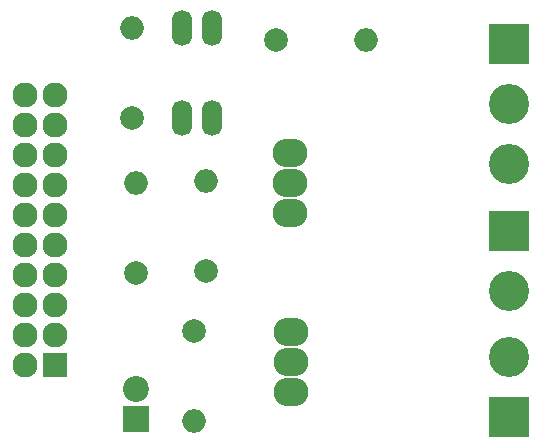
<source format=gbr>
G04 #@! TF.GenerationSoftware,KiCad,Pcbnew,(2017-11-24 revision a01d81e4b)-makepkg*
G04 #@! TF.CreationDate,2018-01-06T21:54:51+07:00*
G04 #@! TF.ProjectId,Motor DC power,4D6F746F7220444320706F7765722E6B,rev?*
G04 #@! TF.SameCoordinates,Original*
G04 #@! TF.FileFunction,Soldermask,Top*
G04 #@! TF.FilePolarity,Negative*
%FSLAX46Y46*%
G04 Gerber Fmt 4.6, Leading zero omitted, Abs format (unit mm)*
G04 Created by KiCad (PCBNEW (2017-11-24 revision a01d81e4b)-makepkg) date 01/06/18 21:54:51*
%MOMM*%
%LPD*%
G01*
G04 APERTURE LIST*
%ADD10R,2.127200X2.127200*%
%ADD11O,2.127200X2.127200*%
%ADD12R,2.200000X2.200000*%
%ADD13C,2.200000*%
%ADD14C,2.000000*%
%ADD15O,2.000000X2.000000*%
%ADD16O,2.940000X2.432000*%
%ADD17R,3.400000X3.400000*%
%ADD18C,3.400000*%
%ADD19O,1.720800X3.041600*%
G04 APERTURE END LIST*
D10*
X105265000Y-117325000D03*
D11*
X102725000Y-117325000D03*
X105265000Y-114785000D03*
X102725000Y-114785000D03*
X105265000Y-112245000D03*
X102725000Y-112245000D03*
X105265000Y-109705000D03*
X102725000Y-109705000D03*
X105265000Y-107165000D03*
X102725000Y-107165000D03*
X105265000Y-104625000D03*
X102725000Y-104625000D03*
X105265000Y-102085000D03*
X102725000Y-102085000D03*
X105265000Y-99545000D03*
X102725000Y-99545000D03*
X105265000Y-97005000D03*
X102725000Y-97005000D03*
X105265000Y-94465000D03*
X102725000Y-94465000D03*
D12*
X112050000Y-121925000D03*
D13*
X112050000Y-119385000D03*
D14*
X117000000Y-114500000D03*
D15*
X117000000Y-122120000D03*
D16*
X125100000Y-101960000D03*
X125100000Y-104500000D03*
X125100000Y-99420000D03*
D17*
X143700000Y-90190000D03*
D18*
X143700000Y-95270000D03*
X143700000Y-100350000D03*
D17*
X143700000Y-106020000D03*
D18*
X143700000Y-111100000D03*
D17*
X143700000Y-121780000D03*
D18*
X143700000Y-116700000D03*
D16*
X125200000Y-117100000D03*
X125200000Y-119640000D03*
X125200000Y-114560000D03*
D14*
X111750000Y-96450000D03*
D15*
X111750000Y-88830000D03*
D14*
X123900000Y-89875000D03*
D15*
X131520000Y-89875000D03*
D14*
X112100000Y-109570000D03*
D15*
X112100000Y-101950000D03*
D14*
X118025000Y-109425000D03*
D15*
X118025000Y-101805000D03*
D19*
X116005000Y-96460000D03*
X118545000Y-96460000D03*
X118545000Y-88840000D03*
X116005000Y-88840000D03*
M02*

</source>
